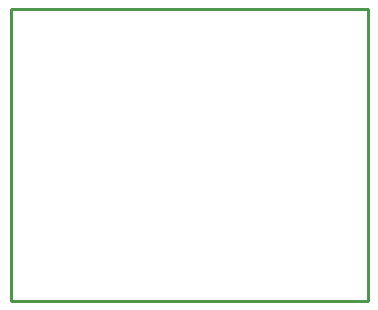
<source format=gbr>
G04 start of page 8 for group 6 idx 6 *
G04 Title: (unknown), outline *
G04 Creator: pcb 1.99z *
G04 CreationDate: Tue 21 Jul 2015 11:24:29 AM GMT UTC *
G04 For: david *
G04 Format: Gerber/RS-274X *
G04 PCB-Dimensions (mm): 31.75 26.42 *
G04 PCB-Coordinate-Origin: lower left *
%MOMM*%
%FSLAX43Y43*%
%LNOUTLINE*%
%ADD69C,0.254*%
G54D69*X635Y25781D02*X30861D01*
Y1016D01*
X635D01*
Y25781D01*
M02*

</source>
